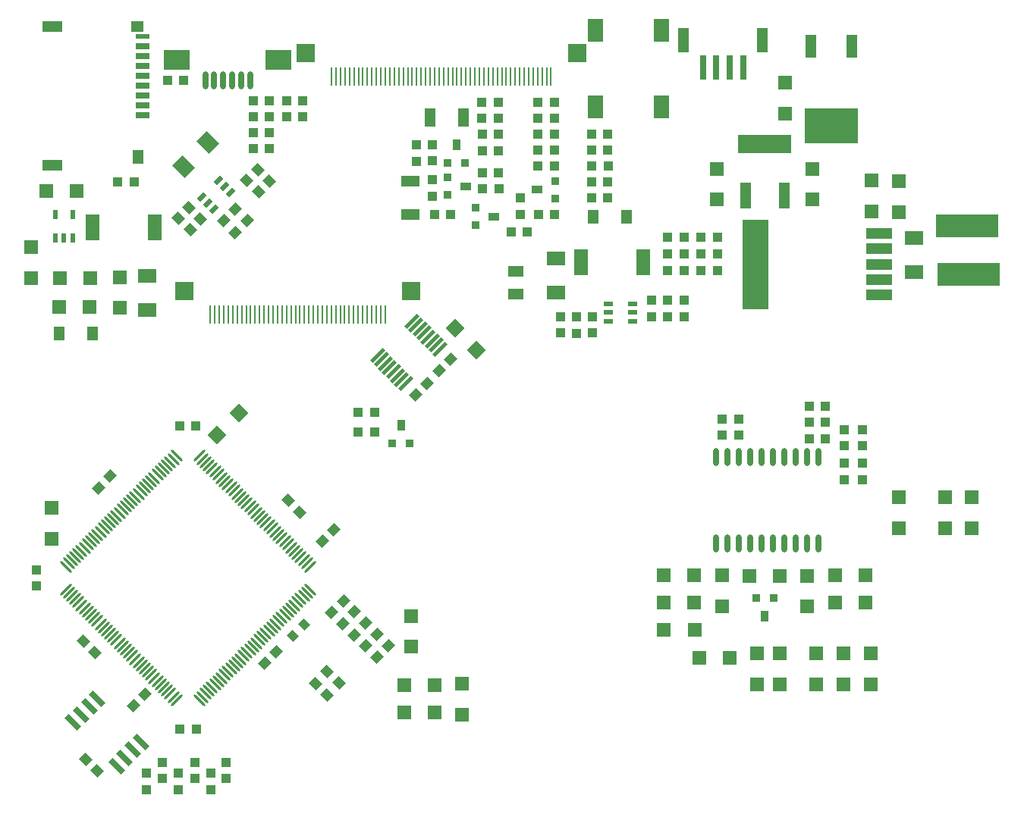
<source format=gbr>
%TF.GenerationSoftware,Altium Limited,Altium Designer,23.1.1 (15)*%
G04 Layer_Color=8421504*
%FSLAX45Y45*%
%MOMM*%
%TF.SameCoordinates,5129EF4F-D339-4E8A-A4D9-011D67CBAE45*%
%TF.FilePolarity,Positive*%
%TF.FileFunction,Paste,Top*%
%TF.Part,Single*%
G01*
G75*
%TA.AperFunction,SMDPad,CuDef*%
G04:AMPARAMS|DCode=25|XSize=0.3mm|YSize=1.8mm|CornerRadius=0mm|HoleSize=0mm|Usage=FLASHONLY|Rotation=135.000|XOffset=0mm|YOffset=0mm|HoleType=Round|Shape=Round|*
%AMOVALD25*
21,1,1.50000,0.30000,0.00000,0.00000,225.0*
1,1,0.30000,0.53033,0.53033*
1,1,0.30000,-0.53033,-0.53033*
%
%ADD25OVALD25*%

G04:AMPARAMS|DCode=26|XSize=0.3mm|YSize=1.8mm|CornerRadius=0mm|HoleSize=0mm|Usage=FLASHONLY|Rotation=225.000|XOffset=0mm|YOffset=0mm|HoleType=Round|Shape=Round|*
%AMOVALD26*
21,1,1.50000,0.30000,0.00000,0.00000,315.0*
1,1,0.30000,-0.53033,0.53033*
1,1,0.30000,0.53033,-0.53033*
%
%ADD26OVALD26*%

G04:AMPARAMS|DCode=27|XSize=1.1mm|YSize=1mm|CornerRadius=0mm|HoleSize=0mm|Usage=FLASHONLY|Rotation=45.000|XOffset=0mm|YOffset=0mm|HoleType=Round|Shape=Rectangle|*
%AMROTATEDRECTD27*
4,1,4,-0.03535,-0.74246,-0.74246,-0.03535,0.03535,0.74246,0.74246,0.03535,-0.03535,-0.74246,0.0*
%
%ADD27ROTATEDRECTD27*%

%ADD28R,1.00000X1.10000*%
%ADD29R,1.10000X1.00000*%
%ADD30R,1.52400X1.52400*%
%ADD31R,2.00000X1.60000*%
%ADD32R,7.00000X2.50000*%
%ADD33P,2.15526X4X270.0*%
%ADD34R,0.91440X1.27000*%
%ADD35R,0.91440X0.91440*%
%ADD36R,1.01600X0.50800*%
%ADD37R,3.00000X10.00000*%
%ADD38R,3.00000X1.20000*%
%ADD39R,0.70000X2.80000*%
%ADD40R,1.20000X2.80000*%
%ADD41R,1.80000X2.50000*%
%ADD42R,1.20000X1.50000*%
%ADD43R,1.50000X3.00000*%
%ADD44R,1.70000X1.20000*%
%ADD45R,1.27000X0.91440*%
%ADD46R,0.91440X0.91440*%
%ADD47R,2.00000X1.30000*%
%ADD48R,1.30000X2.00000*%
G04:AMPARAMS|DCode=49|XSize=1.1mm|YSize=1mm|CornerRadius=0mm|HoleSize=0mm|Usage=FLASHONLY|Rotation=135.000|XOffset=0mm|YOffset=0mm|HoleType=Round|Shape=Rectangle|*
%AMROTATEDRECTD49*
4,1,4,0.74246,-0.03535,0.03535,-0.74246,-0.74246,0.03535,-0.03535,0.74246,0.74246,-0.03535,0.0*
%
%ADD49ROTATEDRECTD49*%

G04:AMPARAMS|DCode=50|XSize=0.508mm|YSize=1.016mm|CornerRadius=0mm|HoleSize=0mm|Usage=FLASHONLY|Rotation=135.000|XOffset=0mm|YOffset=0mm|HoleType=Round|Shape=Rectangle|*
%AMROTATEDRECTD50*
4,1,4,0.53882,0.17961,-0.17961,-0.53882,-0.53882,-0.17961,0.17961,0.53882,0.53882,0.17961,0.0*
%
%ADD50ROTATEDRECTD50*%

G04:AMPARAMS|DCode=51|XSize=1.6mm|YSize=2mm|CornerRadius=0mm|HoleSize=0mm|Usage=FLASHONLY|Rotation=225.000|XOffset=0mm|YOffset=0mm|HoleType=Round|Shape=Rectangle|*
%AMROTATEDRECTD51*
4,1,4,-0.14142,1.27279,1.27279,-0.14142,0.14142,-1.27279,-1.27279,0.14142,-0.14142,1.27279,0.0*
%
%ADD51ROTATEDRECTD51*%

%ADD52R,0.25400X2.00000*%
%ADD53R,2.00000X2.00000*%
%ADD54R,3.00000X2.20000*%
%ADD55O,0.60960X2.03200*%
%ADD56R,1.52400X1.52400*%
%ADD57R,6.00000X4.00000*%
%ADD58R,1.20000X2.50000*%
%ADD59R,1.20000X3.00000*%
%ADD60R,6.00000X2.00000*%
G04:AMPARAMS|DCode=61|XSize=0.4mm|YSize=2mm|CornerRadius=0mm|HoleSize=0mm|Usage=FLASHONLY|Rotation=135.000|XOffset=0mm|YOffset=0mm|HoleType=Round|Shape=Rectangle|*
%AMROTATEDRECTD61*
4,1,4,0.84853,0.56569,-0.56569,-0.84853,-0.84853,-0.56569,0.56569,0.84853,0.84853,0.56569,0.0*
%
%ADD61ROTATEDRECTD61*%

%ADD62P,2.15526X4X180.0*%
G04:AMPARAMS|DCode=63|XSize=0.6mm|YSize=1.94998mm|CornerRadius=0mm|HoleSize=0mm|Usage=FLASHONLY|Rotation=225.000|XOffset=0mm|YOffset=0mm|HoleType=Round|Shape=Rectangle|*
%AMROTATEDRECTD63*
4,1,4,-0.47729,0.90156,0.90156,-0.47729,0.47729,-0.90156,-0.90156,0.47729,-0.47729,0.90156,0.0*
%
%ADD63ROTATEDRECTD63*%

G04:AMPARAMS|DCode=64|XSize=0.6mm|YSize=1.95001mm|CornerRadius=0mm|HoleSize=0mm|Usage=FLASHONLY|Rotation=225.000|XOffset=0mm|YOffset=0mm|HoleType=Round|Shape=Rectangle|*
%AMROTATEDRECTD64*
4,1,4,-0.47730,0.90156,0.90156,-0.47730,0.47730,-0.90156,-0.90156,0.47730,-0.47730,0.90156,0.0*
%
%ADD64ROTATEDRECTD64*%

%ADD65R,0.50800X1.01600*%
%ADD66R,1.20000X1.60000*%
%ADD67R,1.60000X0.50800*%
%ADD68R,1.40000X1.20000*%
%ADD69R,2.20000X1.20000*%
%ADD70R,1.60000X0.70000*%
G04:AMPARAMS|DCode=71|XSize=0.9mm|YSize=1mm|CornerRadius=0mm|HoleSize=0mm|Usage=FLASHONLY|Rotation=45.000|XOffset=0mm|YOffset=0mm|HoleType=Round|Shape=Rectangle|*
%AMROTATEDRECTD71*
4,1,4,0.03535,-0.67175,-0.67175,0.03535,-0.03535,0.67175,0.67175,-0.03535,0.03535,-0.67175,0.0*
%
%ADD71ROTATEDRECTD71*%

D25*
X2309352Y-15657053D02*
D03*
X2061865Y-15409566D02*
D03*
X2097221Y-15444922D02*
D03*
X-31171Y-16300520D02*
D03*
X1248694Y-14596394D02*
D03*
X1284045Y-14631750D02*
D03*
X251673Y-16583366D02*
D03*
X2238643Y-15586343D02*
D03*
X782004Y-17113692D02*
D03*
X746648Y-17078340D02*
D03*
X2415417Y-15763118D02*
D03*
X322381Y-16654074D02*
D03*
X287029Y-16618716D02*
D03*
X110250Y-16441943D02*
D03*
X463803Y-16795496D02*
D03*
X923422Y-17255115D02*
D03*
X2344709Y-15692410D02*
D03*
X1177980Y-14525681D02*
D03*
X1885091Y-15232791D02*
D03*
X1531533Y-14879239D02*
D03*
X-278659Y-16053033D02*
D03*
X1955799Y-15303500D02*
D03*
X1849734Y-15197435D02*
D03*
X1814377Y-15162077D02*
D03*
X1779020Y-15126721D02*
D03*
X1743669Y-15091370D02*
D03*
X1708312Y-15056013D02*
D03*
X-137237Y-16194456D02*
D03*
X-101880Y-16229813D02*
D03*
X1672955Y-15020656D02*
D03*
X1637603Y-14985304D02*
D03*
X1602246Y-14949947D02*
D03*
X1496181Y-14843883D02*
D03*
X1460824Y-14808525D02*
D03*
X1425468Y-14773167D02*
D03*
X1390116Y-14737817D02*
D03*
X1354759Y-14702460D02*
D03*
X1319402Y-14667104D02*
D03*
X817356Y-17149049D02*
D03*
X852713Y-17184406D02*
D03*
X605225Y-16936919D02*
D03*
X499160Y-16830853D02*
D03*
X640582Y-16972270D02*
D03*
X1991156Y-15338857D02*
D03*
X428446Y-16760139D02*
D03*
X74894Y-16406586D02*
D03*
X888070Y-17219759D02*
D03*
X2380066Y-15727766D02*
D03*
X1920442Y-15268143D02*
D03*
X1566890Y-14914590D02*
D03*
X2203287Y-15550987D02*
D03*
X1213337Y-14561038D02*
D03*
X711291Y-17042982D02*
D03*
X-172594Y-16159099D02*
D03*
X-66529Y-16265164D02*
D03*
X-243302Y-16088390D02*
D03*
X-207945Y-16123743D02*
D03*
X-314016Y-16017677D02*
D03*
X4185Y-16335878D02*
D03*
X180959Y-16512653D02*
D03*
X2273995Y-15621696D02*
D03*
X2167930Y-15515631D02*
D03*
X2132578Y-15480280D02*
D03*
X2026508Y-15374210D02*
D03*
X39542Y-16371230D02*
D03*
X145607Y-16477299D02*
D03*
X216316Y-16548009D02*
D03*
X357738Y-16689432D02*
D03*
X393094Y-16724786D02*
D03*
X534517Y-16866205D02*
D03*
X569868Y-16901561D02*
D03*
X675934Y-17007626D02*
D03*
D26*
X287029Y-15162077D02*
D03*
X-172594Y-15621696D02*
D03*
X-137237Y-15586343D02*
D03*
X110250Y-15338857D02*
D03*
X74894Y-15374210D02*
D03*
X1920442Y-16512653D02*
D03*
X251673Y-15197435D02*
D03*
X-314016Y-15763118D02*
D03*
X145607Y-15303500D02*
D03*
X534517Y-14914590D02*
D03*
X1743669Y-16689432D02*
D03*
X2203287Y-16229813D02*
D03*
X2273995Y-16159097D02*
D03*
X1460824Y-16972270D02*
D03*
X1425468Y-17007626D02*
D03*
X-66528Y-15515631D02*
D03*
X1390116Y-17042982D02*
D03*
X-101880Y-15550987D02*
D03*
X2097221Y-16335878D02*
D03*
X923422Y-14525681D02*
D03*
X1496181Y-16936919D02*
D03*
X1531533Y-16901561D02*
D03*
X1566890Y-16866205D02*
D03*
X1602246Y-16830853D02*
D03*
X1637603Y-16795496D02*
D03*
X1672955Y-16760139D02*
D03*
X357738Y-15091370D02*
D03*
X322381Y-15126721D02*
D03*
X499160Y-14949947D02*
D03*
X463803Y-14985304D02*
D03*
X782004Y-14667104D02*
D03*
X746647Y-14702460D02*
D03*
X711291Y-14737817D02*
D03*
X216316Y-15232793D02*
D03*
X2061865Y-16371230D02*
D03*
X-278659Y-15727766D02*
D03*
X1708312Y-16724786D02*
D03*
X180959Y-15268144D02*
D03*
X569869Y-14879239D02*
D03*
X1955799Y-16477299D02*
D03*
X1991156Y-16441943D02*
D03*
X-243302Y-15692410D02*
D03*
X2026508Y-16406586D02*
D03*
X2380066Y-16053033D02*
D03*
X39542Y-15409566D02*
D03*
X4185Y-15444922D02*
D03*
X2132578Y-16300520D02*
D03*
X2167930Y-16265164D02*
D03*
X888070Y-14561038D02*
D03*
X1814377Y-16618716D02*
D03*
X1849734Y-16583365D02*
D03*
X1885091Y-16548009D02*
D03*
X-207945Y-15657053D02*
D03*
X2344709Y-16088390D02*
D03*
X2309352Y-16123743D02*
D03*
X2238643Y-16194456D02*
D03*
X1177980Y-17255115D02*
D03*
X1213337Y-17219757D02*
D03*
X1248694Y-17184406D02*
D03*
X1284045Y-17149049D02*
D03*
X1319402Y-17113692D02*
D03*
X1354759Y-17078340D02*
D03*
X1779020Y-16654074D02*
D03*
X2415417Y-16017677D02*
D03*
X852713Y-14596394D02*
D03*
X817356Y-14631750D02*
D03*
X675934Y-14773169D02*
D03*
X640582Y-14808525D02*
D03*
X605225Y-14843883D02*
D03*
X428446Y-15020656D02*
D03*
X393095Y-15056013D02*
D03*
X-31171Y-15480280D02*
D03*
D27*
X3289161Y-16644759D02*
D03*
X3159760Y-16774159D02*
D03*
X1579880Y-12029440D02*
D03*
X1709281Y-11900039D02*
D03*
X1450479Y-11900958D02*
D03*
X1579880Y-11771558D02*
D03*
X3981410Y-13446275D02*
D03*
X3852009Y-13575677D02*
D03*
X3720613Y-13715504D02*
D03*
X3591213Y-13844907D02*
D03*
X1907679Y-16845142D02*
D03*
X2037080Y-16715739D02*
D03*
X2786240Y-16146919D02*
D03*
X2656840Y-16276320D02*
D03*
X3164701Y-16520299D02*
D03*
X3035300Y-16649699D02*
D03*
X3035161Y-16395840D02*
D03*
X2905760Y-16525240D02*
D03*
X2681985Y-15352887D02*
D03*
X2552584Y-15482288D02*
D03*
X439420Y-17317720D02*
D03*
X568821Y-17188319D02*
D03*
X180340Y-14754860D02*
D03*
X50939Y-14884261D02*
D03*
X2910701Y-16268839D02*
D03*
X2781300Y-16398241D02*
D03*
D28*
X1477738Y-18133060D02*
D03*
Y-17950060D02*
D03*
X1303020Y-18255099D02*
D03*
Y-18072099D02*
D03*
X1125220Y-18133060D02*
D03*
Y-17950060D02*
D03*
X944880Y-18252440D02*
D03*
Y-18069440D02*
D03*
X767080Y-18133060D02*
D03*
Y-17950060D02*
D03*
X589280Y-18252560D02*
D03*
Y-18069560D02*
D03*
X5207000Y-13154660D02*
D03*
Y-12971660D02*
D03*
X5387340Y-12971780D02*
D03*
Y-13154781D02*
D03*
X5567680Y-12971660D02*
D03*
Y-13154660D02*
D03*
X6586220Y-12969240D02*
D03*
Y-12786240D02*
D03*
X6403340Y-12969240D02*
D03*
Y-12786240D02*
D03*
X6223000Y-12969240D02*
D03*
Y-12786240D02*
D03*
X3779520Y-11231880D02*
D03*
Y-11048880D02*
D03*
X3782060Y-11442700D02*
D03*
Y-11625700D02*
D03*
X3599180Y-11234420D02*
D03*
Y-11051420D02*
D03*
X4762500Y-11643240D02*
D03*
Y-11826240D02*
D03*
X8580120Y-14609959D02*
D03*
Y-14792960D02*
D03*
X8379460Y-14609959D02*
D03*
Y-14792960D02*
D03*
X8577580Y-14231500D02*
D03*
Y-14414500D02*
D03*
X8379460Y-14231500D02*
D03*
Y-14414500D02*
D03*
X-640080Y-15798680D02*
D03*
Y-15981680D02*
D03*
D29*
X6776720Y-12453620D02*
D03*
X6959720D02*
D03*
X6776720Y-12270740D02*
D03*
X6959720D02*
D03*
X6776720Y-12087860D02*
D03*
X6959720D02*
D03*
X3134480Y-14038579D02*
D03*
X2951479D02*
D03*
X3131940Y-14257021D02*
D03*
X2948940D02*
D03*
X6403340Y-12453620D02*
D03*
X6586340Y-12453620D02*
D03*
X6403340Y-12273280D02*
D03*
X6586340D02*
D03*
X6405760Y-12087860D02*
D03*
X6588760D02*
D03*
X5737860Y-11643360D02*
D03*
X5554860D02*
D03*
X5737980Y-11465560D02*
D03*
X5554980D02*
D03*
X5557520Y-11287760D02*
D03*
X5740520D02*
D03*
X5737980Y-11109960D02*
D03*
X5554980D02*
D03*
X5737860Y-10934700D02*
D03*
X5554860D02*
D03*
X5146040Y-11833860D02*
D03*
X4963040D02*
D03*
X5138420Y-11290300D02*
D03*
X4955420D02*
D03*
X5138420Y-11112500D02*
D03*
X4955420D02*
D03*
X5138420Y-10932160D02*
D03*
X4955420D02*
D03*
X5138420Y-10751820D02*
D03*
X4955420D02*
D03*
X5138420Y-10574020D02*
D03*
X4955420D02*
D03*
X3802380Y-11831320D02*
D03*
X3985380D02*
D03*
X4841240Y-12024360D02*
D03*
X4658240D02*
D03*
X4338320Y-11544300D02*
D03*
X4521320D02*
D03*
X4335780Y-11363960D02*
D03*
X4518780D02*
D03*
X4335780Y-11115040D02*
D03*
X4518780D02*
D03*
X4335660Y-10934700D02*
D03*
X4518660D02*
D03*
X4516240Y-10754360D02*
D03*
X4333240D02*
D03*
X266580Y-11468100D02*
D03*
X449580D02*
D03*
X2334260Y-10561320D02*
D03*
X2151260D02*
D03*
X7195820Y-14297659D02*
D03*
X7012820D02*
D03*
X7195820Y-14117320D02*
D03*
X7012820D02*
D03*
X8166100Y-14333220D02*
D03*
X7983100D02*
D03*
X7985760Y-14152879D02*
D03*
X8168760D02*
D03*
X7985760Y-13975079D02*
D03*
X8168760D02*
D03*
X4333120Y-10574020D02*
D03*
X4516120D02*
D03*
X2334260Y-10739120D02*
D03*
X2151260D02*
D03*
X1005105Y-10332720D02*
D03*
X822105D02*
D03*
X1777880Y-10561320D02*
D03*
X1960880D02*
D03*
X1777880Y-10739120D02*
D03*
X1960880D02*
D03*
X1777880Y-10914380D02*
D03*
X1960880D02*
D03*
X1777880Y-11089640D02*
D03*
X1960880D02*
D03*
X957580Y-14196060D02*
D03*
X1140580D02*
D03*
X960120Y-17581880D02*
D03*
X1143120D02*
D03*
D30*
X8989060Y-11457940D02*
D03*
Y-11800840D02*
D03*
X8684260Y-11452860D02*
D03*
Y-11795760D02*
D03*
X6957060Y-11661140D02*
D03*
Y-11318240D02*
D03*
X8023860Y-11320780D02*
D03*
Y-11663680D02*
D03*
X7713980Y-10701020D02*
D03*
Y-10358120D02*
D03*
X8986520Y-15331441D02*
D03*
Y-14988541D02*
D03*
X9499600Y-15331441D02*
D03*
Y-14988541D02*
D03*
X9799320Y-15331441D02*
D03*
Y-14988541D02*
D03*
X7957820Y-15864841D02*
D03*
Y-16207739D02*
D03*
X7010400Y-15862300D02*
D03*
Y-16205200D02*
D03*
X7406640Y-16736060D02*
D03*
Y-17078960D02*
D03*
X7660640Y-16736060D02*
D03*
Y-17078960D02*
D03*
X8064500Y-16733521D02*
D03*
Y-17076421D02*
D03*
X8366760Y-16736060D02*
D03*
Y-17078960D02*
D03*
X8671560Y-16736060D02*
D03*
Y-17078960D02*
D03*
X4109720Y-17414240D02*
D03*
Y-17071339D02*
D03*
X-472440Y-15453360D02*
D03*
Y-15110460D02*
D03*
X287021Y-12875259D02*
D03*
Y-12532360D02*
D03*
X-698499Y-12539980D02*
D03*
Y-12197080D02*
D03*
X3543300Y-16316960D02*
D03*
Y-16659860D02*
D03*
D31*
X9159240Y-12473940D02*
D03*
Y-12092940D02*
D03*
X5161280Y-12319000D02*
D03*
Y-12700000D02*
D03*
X599441Y-12893040D02*
D03*
X599441Y-12512040D02*
D03*
D32*
X9763760Y-12501880D02*
D03*
X9751060Y-11955780D02*
D03*
D33*
X1376680Y-14292580D02*
D03*
X1619147Y-14050113D02*
D03*
D34*
X3429000Y-14185899D02*
D03*
X4048760Y-11046880D02*
D03*
X7490459Y-16319501D02*
D03*
D35*
X3522980Y-14389101D02*
D03*
X3332480D02*
D03*
X4142740Y-11250080D02*
D03*
X3952240D02*
D03*
X7396479Y-16116299D02*
D03*
X7586979D02*
D03*
D36*
X6017260Y-12829539D02*
D03*
X5747258Y-12829539D02*
D03*
Y-13019542D02*
D03*
Y-12924541D02*
D03*
X6017260Y-13019542D02*
D03*
Y-12924541D02*
D03*
D37*
X7386320Y-12385040D02*
D03*
D38*
X8768080Y-12044680D02*
D03*
X8768080Y-12214860D02*
D03*
X8768080Y-12385040D02*
D03*
X8768080Y-12555220D02*
D03*
X8768080Y-12725400D02*
D03*
D39*
X7249580Y-10187940D02*
D03*
X7099580Y-10187940D02*
D03*
X6949580Y-10187940D02*
D03*
X6799580Y-10187940D02*
D03*
D40*
X7459980Y-9883140D02*
D03*
X6583680D02*
D03*
D41*
X6334760Y-10631170D02*
D03*
X5603240D02*
D03*
X6334760Y-9770110D02*
D03*
X5603240D02*
D03*
D42*
X5946140Y-11856720D02*
D03*
X5575300D02*
D03*
X-15239Y-13162280D02*
D03*
X-386079Y-13162280D02*
D03*
D43*
X5441950Y-12359640D02*
D03*
X6135370D02*
D03*
X681991Y-11971020D02*
D03*
X-11429D02*
D03*
D44*
X4709160Y-12466320D02*
D03*
Y-12720320D02*
D03*
D45*
X4947920Y-11554460D02*
D03*
X4150360Y-11513820D02*
D03*
X4465020Y-11852040D02*
D03*
D46*
X5151120Y-11460480D02*
D03*
Y-11650980D02*
D03*
X3947160Y-11607800D02*
D03*
Y-11417300D02*
D03*
X4261820Y-11946020D02*
D03*
Y-11755520D02*
D03*
D47*
X3535680Y-11831320D02*
D03*
Y-11460480D02*
D03*
D48*
X3751580Y-10744200D02*
D03*
X4122420D02*
D03*
D49*
X945019Y-11872099D02*
D03*
X1074420Y-12001500D02*
D03*
X1061859Y-11752719D02*
D03*
X1191260Y-11882120D02*
D03*
X1708362Y-11448048D02*
D03*
X1837762Y-11577449D02*
D03*
X1827723Y-11328687D02*
D03*
X1957124Y-11458087D02*
D03*
X2600821Y-17198201D02*
D03*
X2471420Y-17068800D02*
D03*
X2735580Y-17063721D02*
D03*
X2606179Y-16934319D02*
D03*
X2297330Y-15154774D02*
D03*
X2167930Y-15025374D02*
D03*
X40500Y-18044022D02*
D03*
X-88900Y-17914619D02*
D03*
X-116701Y-16596500D02*
D03*
X12700Y-16725900D02*
D03*
D50*
X1338160Y-11773320D02*
D03*
X1529080Y-11582400D02*
D03*
X1394728Y-11448048D02*
D03*
X1461904Y-11515224D02*
D03*
X1203808Y-11638969D02*
D03*
X1270984Y-11706144D02*
D03*
D51*
X1005840Y-11292840D02*
D03*
X1275248Y-11023432D02*
D03*
D52*
X4654017Y-10287000D02*
D03*
X4704014D02*
D03*
X4754016D02*
D03*
X4804014D02*
D03*
X4854016D02*
D03*
X4904014D02*
D03*
X4954016D02*
D03*
X5004013D02*
D03*
X5054016D02*
D03*
X5104013D02*
D03*
X2654021D02*
D03*
X2704023D02*
D03*
X2754020D02*
D03*
X2804018D02*
D03*
X4054018D02*
D03*
X4104015D02*
D03*
X4154018D02*
D03*
X4204015D02*
D03*
X4254017D02*
D03*
X4304015D02*
D03*
X4354017D02*
D03*
X4404015D02*
D03*
X4454017D02*
D03*
X4504014D02*
D03*
X4554017D02*
D03*
X4604014D02*
D03*
X2854020D02*
D03*
X2904018D02*
D03*
X3254019D02*
D03*
X3304017D02*
D03*
X3654019D02*
D03*
X3704016D02*
D03*
X3754019D02*
D03*
X3804016D02*
D03*
X3854018D02*
D03*
X3904015D02*
D03*
X3954018D02*
D03*
X4004015D02*
D03*
X3354019D02*
D03*
X3404017D02*
D03*
X3454019D02*
D03*
X3504017D02*
D03*
X3554019D02*
D03*
X3604016D02*
D03*
X2954020D02*
D03*
X3004017D02*
D03*
X3054020D02*
D03*
X3104017D02*
D03*
X3154020D02*
D03*
X3204017D02*
D03*
X3000858Y-12943840D02*
D03*
X2800858D02*
D03*
X3150855D02*
D03*
X3250855D02*
D03*
X3100858D02*
D03*
X3200858D02*
D03*
X1300861D02*
D03*
X1350864D02*
D03*
X3050855D02*
D03*
X2700858D02*
D03*
X2300859D02*
D03*
X1950857D02*
D03*
X1900860D02*
D03*
X2400859D02*
D03*
X2350857D02*
D03*
X1500861D02*
D03*
X1400861D02*
D03*
X1600860D02*
D03*
X1550858D02*
D03*
X1450859D02*
D03*
X2450856D02*
D03*
X2500859D02*
D03*
X2550856D02*
D03*
X2600859D02*
D03*
X2650856D02*
D03*
X2750856D02*
D03*
X2950856D02*
D03*
X2000860D02*
D03*
X2050857D02*
D03*
X2100860D02*
D03*
X2150857D02*
D03*
X2200859D02*
D03*
X2250857D02*
D03*
X2850856D02*
D03*
X1650858D02*
D03*
X1700860D02*
D03*
X1750858D02*
D03*
X1800860D02*
D03*
X1850858D02*
D03*
X2900858D02*
D03*
D53*
X5394020Y-10024501D02*
D03*
X2364024D02*
D03*
X1010864Y-12681341D02*
D03*
X3540862D02*
D03*
D54*
X2061160Y-10104120D02*
D03*
X925780Y-10104120D02*
D03*
D55*
X1743660Y-10332720D02*
D03*
X1643660D02*
D03*
X1543660D02*
D03*
X1443660D02*
D03*
X1343660D02*
D03*
X1243660D02*
D03*
X7449820Y-15504161D02*
D03*
X7703820Y-15504161D02*
D03*
X7195820D02*
D03*
X7830820D02*
D03*
X7068820D02*
D03*
X7957820D02*
D03*
X6941820D02*
D03*
X7322820D02*
D03*
X8084820Y-15504161D02*
D03*
X7576820Y-15504161D02*
D03*
X6941820Y-14538960D02*
D03*
X7068820D02*
D03*
X7830820D02*
D03*
X8084820Y-14538960D02*
D03*
X7322820Y-14538960D02*
D03*
X7703820D02*
D03*
X7576820D02*
D03*
X7449820Y-14538960D02*
D03*
X7957820Y-14538960D02*
D03*
X7195820D02*
D03*
D56*
X-533399Y-11569700D02*
D03*
X-190499D02*
D03*
X8272780Y-15862300D02*
D03*
X8615680D02*
D03*
X8272780Y-16164560D02*
D03*
X8615680Y-16164560D02*
D03*
X7315200Y-15864841D02*
D03*
X7658100D02*
D03*
X6703060Y-15859760D02*
D03*
X6360160D02*
D03*
X6703060Y-16164560D02*
D03*
X6360160D02*
D03*
X6362700Y-16469360D02*
D03*
X6705600D02*
D03*
X7099300Y-16784322D02*
D03*
X6756400Y-16784322D02*
D03*
X3462020Y-17391380D02*
D03*
X3804920D02*
D03*
X-46989Y-12865100D02*
D03*
X-389889D02*
D03*
X-38099Y-12545060D02*
D03*
X-380999D02*
D03*
X3462020Y-17086580D02*
D03*
X3804920D02*
D03*
D57*
X8232140Y-10843260D02*
D03*
D58*
X8460740Y-9954260D02*
D03*
X8003540D02*
D03*
D59*
X7274560Y-11615420D02*
D03*
X7706360D02*
D03*
D60*
X7490460Y-11043920D02*
D03*
D61*
X3435159Y-13674516D02*
D03*
X3480062Y-13719418D02*
D03*
X3686111Y-13154156D02*
D03*
X3345361Y-13584714D02*
D03*
X3255556Y-13494914D02*
D03*
X3300458Y-13539816D02*
D03*
X3210654Y-13450011D02*
D03*
X3775916Y-13243962D02*
D03*
X3596308Y-13064359D02*
D03*
X3641210Y-13109254D02*
D03*
X3731014Y-13199060D02*
D03*
X3551410Y-13019456D02*
D03*
X3865715Y-13333766D02*
D03*
X3390257Y-13629614D02*
D03*
X3820818Y-13288864D02*
D03*
X3165752Y-13405109D02*
D03*
D62*
X4272697Y-13341243D02*
D03*
X4030230Y-13098776D02*
D03*
D63*
X-50383Y-17326118D02*
D03*
X39420Y-17236317D02*
D03*
X523786Y-17720683D02*
D03*
X433983Y-17810486D02*
D03*
X-140185Y-17415923D02*
D03*
X344181Y-17900288D02*
D03*
X254378Y-17990091D02*
D03*
D64*
X-229988Y-17505724D02*
D03*
D65*
X-426719Y-12095480D02*
D03*
X-236717Y-12095480D02*
D03*
X-236717Y-11825478D02*
D03*
X-331718Y-12095480D02*
D03*
X-426719Y-11825478D02*
D03*
D66*
X496098Y-11188884D02*
D03*
D67*
X546100Y-9843883D02*
D03*
D68*
X486095Y-9728881D02*
D03*
D69*
X-463901Y-11278881D02*
D03*
X-463901Y-9728881D02*
D03*
D70*
X546100Y-10613884D02*
D03*
Y-10723881D02*
D03*
Y-9953880D02*
D03*
Y-10063882D02*
D03*
Y-10503881D02*
D03*
Y-10283882D02*
D03*
Y-10173884D02*
D03*
X546100Y-10393884D02*
D03*
D71*
X2352040Y-16408400D02*
D03*
X2222639Y-16537801D02*
D03*
%TF.MD5,613f14481f5bf4dd89b44600d76769e6*%
M02*

</source>
